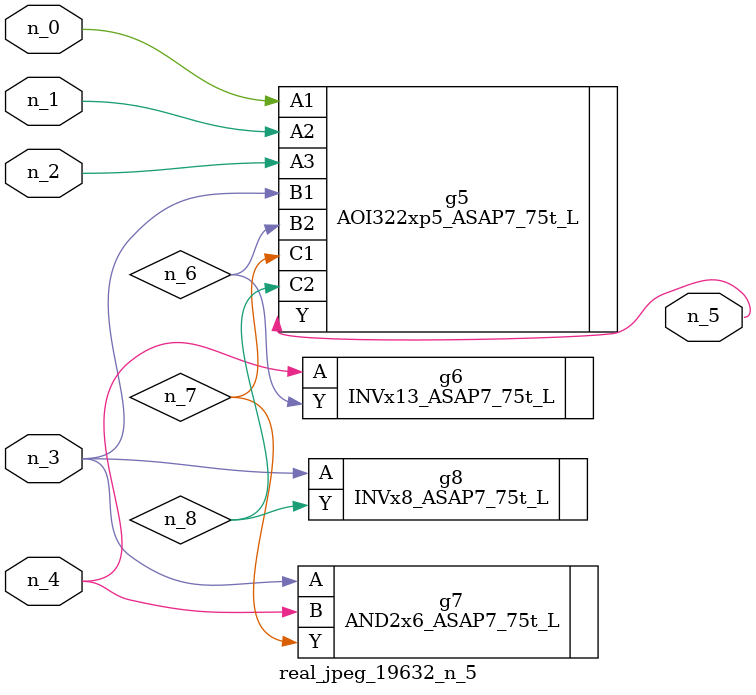
<source format=v>
module real_jpeg_19632_n_5 (n_4, n_0, n_1, n_2, n_3, n_5);

input n_4;
input n_0;
input n_1;
input n_2;
input n_3;

output n_5;

wire n_8;
wire n_6;
wire n_7;

AOI322xp5_ASAP7_75t_L g5 ( 
.A1(n_0),
.A2(n_1),
.A3(n_2),
.B1(n_3),
.B2(n_6),
.C1(n_7),
.C2(n_8),
.Y(n_5)
);

AND2x6_ASAP7_75t_L g7 ( 
.A(n_3),
.B(n_4),
.Y(n_7)
);

INVx8_ASAP7_75t_L g8 ( 
.A(n_3),
.Y(n_8)
);

INVx13_ASAP7_75t_L g6 ( 
.A(n_4),
.Y(n_6)
);


endmodule
</source>
